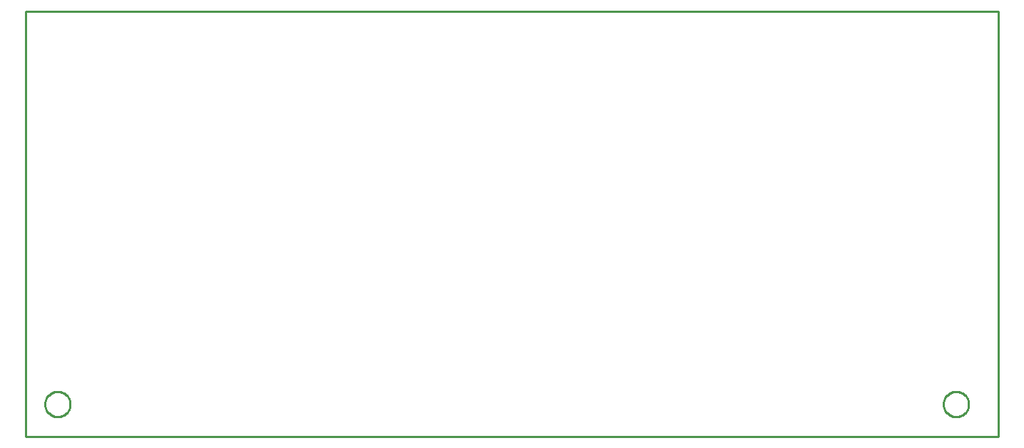
<source format=gbr>
G04 EAGLE Gerber RS-274X export*
G75*
%MOMM*%
%FSLAX34Y34*%
%LPD*%
%IN*%
%IPPOS*%
%AMOC8*
5,1,8,0,0,1.08239X$1,22.5*%
G01*
%ADD10C,0.254000*%


D10*
X0Y0D02*
X1155500Y0D01*
X1155500Y504700D01*
X0Y504700D01*
X0Y0D01*
X53100Y37564D02*
X53024Y36496D01*
X52871Y35435D01*
X52643Y34388D01*
X52341Y33360D01*
X51967Y32356D01*
X51522Y31381D01*
X51008Y30441D01*
X50429Y29540D01*
X49787Y28682D01*
X49085Y27872D01*
X48328Y27115D01*
X47518Y26413D01*
X46660Y25771D01*
X45759Y25192D01*
X44819Y24678D01*
X43844Y24233D01*
X42840Y23859D01*
X41812Y23557D01*
X40765Y23329D01*
X39704Y23176D01*
X38636Y23100D01*
X37564Y23100D01*
X36496Y23176D01*
X35435Y23329D01*
X34388Y23557D01*
X33360Y23859D01*
X32356Y24233D01*
X31381Y24678D01*
X30441Y25192D01*
X29540Y25771D01*
X28682Y26413D01*
X27872Y27115D01*
X27115Y27872D01*
X26413Y28682D01*
X25771Y29540D01*
X25192Y30441D01*
X24678Y31381D01*
X24233Y32356D01*
X23859Y33360D01*
X23557Y34388D01*
X23329Y35435D01*
X23176Y36496D01*
X23100Y37564D01*
X23100Y38636D01*
X23176Y39704D01*
X23329Y40765D01*
X23557Y41812D01*
X23859Y42840D01*
X24233Y43844D01*
X24678Y44819D01*
X25192Y45759D01*
X25771Y46660D01*
X26413Y47518D01*
X27115Y48328D01*
X27872Y49085D01*
X28682Y49787D01*
X29540Y50429D01*
X30441Y51008D01*
X31381Y51522D01*
X32356Y51967D01*
X33360Y52341D01*
X34388Y52643D01*
X35435Y52871D01*
X36496Y53024D01*
X37564Y53100D01*
X38636Y53100D01*
X39704Y53024D01*
X40765Y52871D01*
X41812Y52643D01*
X42840Y52341D01*
X43844Y51967D01*
X44819Y51522D01*
X45759Y51008D01*
X46660Y50429D01*
X47518Y49787D01*
X48328Y49085D01*
X49085Y48328D01*
X49787Y47518D01*
X50429Y46660D01*
X51008Y45759D01*
X51522Y44819D01*
X51967Y43844D01*
X52341Y42840D01*
X52643Y41812D01*
X52871Y40765D01*
X53024Y39704D01*
X53100Y38636D01*
X53100Y37564D01*
X1119900Y37564D02*
X1119824Y36496D01*
X1119671Y35435D01*
X1119443Y34388D01*
X1119141Y33360D01*
X1118767Y32356D01*
X1118322Y31381D01*
X1117808Y30441D01*
X1117229Y29540D01*
X1116587Y28682D01*
X1115885Y27872D01*
X1115128Y27115D01*
X1114318Y26413D01*
X1113460Y25771D01*
X1112559Y25192D01*
X1111619Y24678D01*
X1110644Y24233D01*
X1109640Y23859D01*
X1108612Y23557D01*
X1107565Y23329D01*
X1106504Y23176D01*
X1105436Y23100D01*
X1104364Y23100D01*
X1103296Y23176D01*
X1102235Y23329D01*
X1101188Y23557D01*
X1100160Y23859D01*
X1099156Y24233D01*
X1098181Y24678D01*
X1097241Y25192D01*
X1096340Y25771D01*
X1095482Y26413D01*
X1094672Y27115D01*
X1093915Y27872D01*
X1093213Y28682D01*
X1092571Y29540D01*
X1091992Y30441D01*
X1091478Y31381D01*
X1091033Y32356D01*
X1090659Y33360D01*
X1090357Y34388D01*
X1090129Y35435D01*
X1089976Y36496D01*
X1089900Y37564D01*
X1089900Y38636D01*
X1089976Y39704D01*
X1090129Y40765D01*
X1090357Y41812D01*
X1090659Y42840D01*
X1091033Y43844D01*
X1091478Y44819D01*
X1091992Y45759D01*
X1092571Y46660D01*
X1093213Y47518D01*
X1093915Y48328D01*
X1094672Y49085D01*
X1095482Y49787D01*
X1096340Y50429D01*
X1097241Y51008D01*
X1098181Y51522D01*
X1099156Y51967D01*
X1100160Y52341D01*
X1101188Y52643D01*
X1102235Y52871D01*
X1103296Y53024D01*
X1104364Y53100D01*
X1105436Y53100D01*
X1106504Y53024D01*
X1107565Y52871D01*
X1108612Y52643D01*
X1109640Y52341D01*
X1110644Y51967D01*
X1111619Y51522D01*
X1112559Y51008D01*
X1113460Y50429D01*
X1114318Y49787D01*
X1115128Y49085D01*
X1115885Y48328D01*
X1116587Y47518D01*
X1117229Y46660D01*
X1117808Y45759D01*
X1118322Y44819D01*
X1118767Y43844D01*
X1119141Y42840D01*
X1119443Y41812D01*
X1119671Y40765D01*
X1119824Y39704D01*
X1119900Y38636D01*
X1119900Y37564D01*
M02*

</source>
